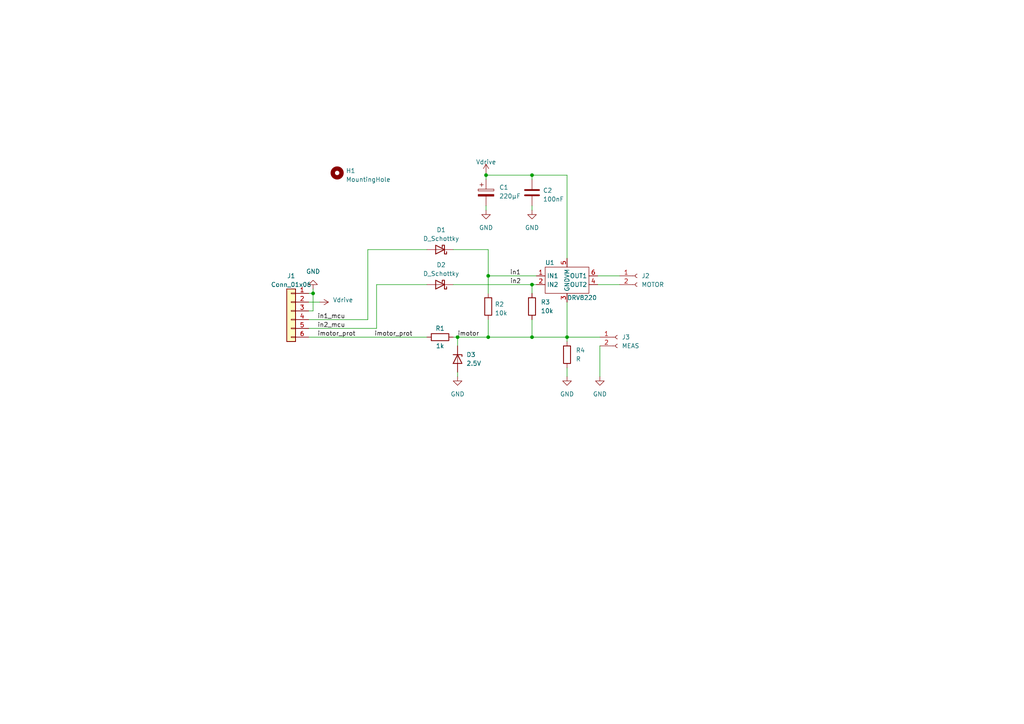
<source format=kicad_sch>
(kicad_sch (version 20230121) (generator eeschema)
  (paper "A4")
  (lib_symbols
    (symbol "Connector:Conn_01x02_Female" (pin_names (offset 1.016) hide)
      (property "Reference" "J" (at 0 2.54 0))
      (property "Value" "Conn_01x02_Female" (at 0 -5.08 0))
      (symbol "Conn_01x02_Female_1_1"
        (arc (start 0 -2.032) (mid -0.5058 -2.54) (end 0 -3.048) (stroke (width 0.1524)))
        (polyline (pts (xy -1.27 -2.54) (xy -0.508 -2.54)) (stroke (width 0.1524)))
        (polyline (pts (xy -1.27 0) (xy -0.508 0)) (stroke (width 0.1524)))
        (arc (start 0 0.508) (mid -0.5058 0) (end 0 -0.508) (stroke (width 0.1524)))
        (pin passive line (at -5.08 0 0) (length 3.81) (name "Pin_1") (number "1"))
        (pin passive line (at -5.08 -2.54 0) (length 3.81) (name "Pin_2") (number "2"))
      )
    )
    (symbol "Connector_Generic:Conn_01x06" (pin_names (offset 1.016) hide)
      (property "Reference" "J" (at 0 7.62 0))
      (property "Value" "Conn_01x06" (at 0 -10.16 0))
      (symbol "Conn_01x06_1_1"
        (rectangle (start -1.27 -7.493) (end 0 -7.747) (stroke (width 0.1524)))
        (rectangle (start -1.27 -4.953) (end 0 -5.207) (stroke (width 0.1524)))
        (rectangle (start -1.27 -2.413) (end 0 -2.667) (stroke (width 0.1524)))
        (rectangle (start -1.27 0.127) (end 0 -0.127) (stroke (width 0.1524)))
        (rectangle (start -1.27 2.667) (end 0 2.413) (stroke (width 0.1524)))
        (rectangle (start -1.27 5.207) (end 0 4.953) (stroke (width 0.1524)))
        (rectangle (start -1.27 6.35) (end 1.27 -8.89) (stroke (width 0.254)) (fill (type background)))
        (pin passive line (at -5.08 5.08 0) (length 3.81) (name "Pin_1") (number "1"))
        (pin passive line (at -5.08 2.54 0) (length 3.81) (name "Pin_2") (number "2"))
        (pin passive line (at -5.08 0 0) (length 3.81) (name "Pin_3") (number "3"))
        (pin passive line (at -5.08 -2.54 0) (length 3.81) (name "Pin_4") (number "4"))
        (pin passive line (at -5.08 -5.08 0) (length 3.81) (name "Pin_5") (number "5"))
        (pin passive line (at -5.08 -7.62 0) (length 3.81) (name "Pin_6") (number "6"))
      )
    )
    (symbol "Device:C" (pin_numbers hide) (pin_names (offset 0.254))
      (property "Reference" "C" (at 0.635 2.54 0))
      (property "Value" "C" (at 0.635 -2.54 0))
      (symbol "C_0_1"
        (polyline (pts (xy -2.032 -0.762) (xy 2.032 -0.762)) (stroke (width 0.508)))
        (polyline (pts (xy -2.032 0.762) (xy 2.032 0.762)) (stroke (width 0.508)))
      )
      (symbol "C_1_1"
        (pin passive line (at 0 3.81 270) (length 2.794) (name "~") (number "1"))
        (pin passive line (at 0 -3.81 90) (length 2.794) (name "~") (number "2"))
      )
    )
    (symbol "Device:C_Polarized" (pin_numbers hide) (pin_names (offset 0.254))
      (property "Reference" "C" (at 0.635 2.54 0))
      (property "Value" "C_Polarized" (at 0.635 -2.54 0))
      (symbol "C_Polarized_0_1"
        (rectangle (start -2.286 0.508) (end 2.286 1.016))
        (polyline (pts (xy -1.778 2.286) (xy -0.762 2.286)))
        (polyline (pts (xy -1.27 2.794) (xy -1.27 1.778)))
        (rectangle (start 2.286 -0.508) (end -2.286 -1.016) (fill (type outline)))
      )
      (symbol "C_Polarized_1_1"
        (pin passive line (at 0 3.81 270) (length 2.794) (name "~") (number "1"))
        (pin passive line (at 0 -3.81 90) (length 2.794) (name "~") (number "2"))
      )
    )
    (symbol "Device:D_Schottky" (pin_numbers hide) (pin_names (offset 1.016) hide)
      (property "Reference" "D" (at 0 2.54 0))
      (property "Value" "D_Schottky" (at 0 -2.54 0))
      (symbol "D_Schottky_0_1"
        (polyline (pts (xy 1.27 0) (xy -1.27 0)))
        (polyline (pts (xy 1.27 1.27) (xy 1.27 -1.27) (xy -1.27 0) (xy 1.27 1.27)) (stroke (width 0.254)))
        (polyline (pts (xy -1.905 0.635) (xy -1.905 1.27) (xy -1.27 1.27) (xy -1.27 -1.27) (xy -0.635 -1.27) (xy -0.635 -0.635)) (stroke (width 0.254)))
      )
      (symbol "D_Schottky_1_1"
        (pin passive line (at -3.81 0 0) (length 2.54) (name "K") (number "1"))
        (pin passive line (at 3.81 0 180) (length 2.54) (name "A") (number "2"))
      )
    )
    (symbol "Device:D_Zener" (pin_numbers hide) (pin_names (offset 1.016) hide)
      (property "Reference" "D" (at 0 2.54 0))
      (property "Value" "D_Zener" (at 0 -2.54 0))
      (symbol "D_Zener_0_1"
        (polyline (pts (xy 1.27 0) (xy -1.27 0)))
        (polyline (pts (xy -1.27 -1.27) (xy -1.27 1.27) (xy -0.762 1.27)) (stroke (width 0.254)))
        (polyline (pts (xy 1.27 -1.27) (xy 1.27 1.27) (xy -1.27 0) (xy 1.27 -1.27)) (stroke (width 0.254)))
      )
      (symbol "D_Zener_1_1"
        (pin passive line (at -3.81 0 0) (length 2.54) (name "K") (number "1"))
        (pin passive line (at 3.81 0 180) (length 2.54) (name "A") (number "2"))
      )
    )
    (symbol "Device:R" (pin_numbers hide) (pin_names (offset 0))
      (property "Reference" "R" (at 2.032 0 90))
      (property "Value" "R" (at 0 0 90))
      (symbol "R_0_1"
        (rectangle (start -1.016 -2.54) (end 1.016 2.54) (stroke (width 0.254)))
      )
      (symbol "R_1_1"
        (pin passive line (at 0 3.81 270) (length 1.27) (name "~") (number "1"))
        (pin passive line (at 0 -3.81 90) (length 1.27) (name "~") (number "2"))
      )
    )
    (symbol "Mechanical:MountingHole" (pin_names (offset 1.016))
      (property "Reference" "H" (at 0 5.08 0))
      (property "Value" "MountingHole" (at 0 3.175 0))
      (symbol "MountingHole_0_1"
        (circle (center 0 0) (radius 1.27) (stroke (width 1.27)))
      )
    )
    (symbol "g7_driver:DRV8220"
      (property "Reference" "U" (at -6.35 5.08 0))
      (property "Value" "DRV8220" (at 5.08 -5.08 0))
      (symbol "DRV8220_0_1"
        (rectangle (start -6.35 3.81) (end 6.35 -3.81))
      )
      (symbol "DRV8220_1_1"
        (pin input line (at -8.89 1.27 0) (length 2.54) (name "IN1") (number "1"))
        (pin input line (at -8.89 -1.27 0) (length 2.54) (name "IN2") (number "2"))
        (pin power_in line (at 0 -6.35 90) (length 2.54) (name "GND") (number "3"))
        (pin power_out line (at 8.89 -1.27 180) (length 2.54) (name "OUT2") (number "4"))
        (pin power_in line (at 0 6.35 270) (length 2.54) (name "VM") (number "5"))
        (pin power_out line (at 8.89 1.27 180) (length 2.54) (name "OUT1") (number "6"))
      )
    )
    (symbol "power:GND" (power) (pin_names (offset 0))
      (property "Value" "GND" (at 0 -3.81 0))
      (symbol "GND_0_1"
        (polyline (pts (xy 0 0) (xy 0 -1.27) (xy 1.27 -1.27) (xy 0 -2.54) (xy -1.27 -1.27) (xy 0 -1.27)))
      )
      (symbol "GND_1_1"
        (pin power_in line (at 0 0 270) (length 0) hide (name "GND") (number "1"))
      )
    )
    (symbol "power:Vdrive" (power) (pin_names (offset 0))
      (property "Value" "Vdrive" (at 0 3.81 0))
      (symbol "Vdrive_0_1"
        (polyline (pts (xy -0.762 1.27) (xy 0 2.54)))
        (polyline (pts (xy 0 0) (xy 0 2.54)))
        (polyline (pts (xy 0 2.54) (xy 0.762 1.27)))
      )
      (symbol "Vdrive_1_1"
        (pin power_in line (at 0 0 90) (length 0) hide (name "Vdrive") (number "1"))
      )
    )
  )
  (junction (at 154.305 82.55))
  (junction (at 140.97 50.8))
  (junction (at 141.605 97.79))
  (junction (at 154.305 97.79))
  (junction (at 164.465 97.79))
  (junction (at 141.605 80.01))
  (junction (at 154.305 50.8))
  (junction (at 132.715 97.79))
  (junction (at 90.805 85.09))
  (wire (pts (xy 106.68 72.39) (xy 106.68 92.71)))
  (wire (pts (xy 141.605 97.79) (xy 154.305 97.79)))
  (wire (pts (xy 106.68 92.71) (xy 89.535 92.71)))
  (wire (pts (xy 164.465 97.79) (xy 173.99 97.79)))
  (wire (pts (xy 89.535 95.25) (xy 109.22 95.25)))
  (wire (pts (xy 164.465 97.79) (xy 164.465 99.06)))
  (wire (pts (xy 154.305 50.8) (xy 154.305 52.07)))
  (wire (pts (xy 90.805 85.09) (xy 90.805 83.82)))
  (wire (pts (xy 164.465 87.63) (xy 164.465 97.79)))
  (wire (pts (xy 155.575 82.55) (xy 154.305 82.55)))
  (wire (pts (xy 164.465 106.68) (xy 164.465 109.22)))
  (wire (pts (xy 89.535 85.09) (xy 90.805 85.09)))
  (wire (pts (xy 140.97 50.8) (xy 154.305 50.8)))
  (wire (pts (xy 154.305 92.71) (xy 154.305 97.79)))
  (wire (pts (xy 164.465 50.8) (xy 164.465 74.93)))
  (wire (pts (xy 109.22 82.55) (xy 109.22 95.25)))
  (wire (pts (xy 154.305 97.79) (xy 164.465 97.79)))
  (wire (pts (xy 154.305 59.69) (xy 154.305 60.96)))
  (wire (pts (xy 141.605 72.39) (xy 141.605 80.01)))
  (wire (pts (xy 131.445 72.39) (xy 141.605 72.39)))
  (wire (pts (xy 106.68 72.39) (xy 123.825 72.39)))
  (wire (pts (xy 89.535 97.79) (xy 123.825 97.79)))
  (wire (pts (xy 109.22 82.55) (xy 123.825 82.55)))
  (wire (pts (xy 154.305 82.55) (xy 131.445 82.55)))
  (wire (pts (xy 132.715 97.79) (xy 141.605 97.79)))
  (wire (pts (xy 179.705 80.01) (xy 173.355 80.01)))
  (wire (pts (xy 132.715 100.33) (xy 132.715 97.79)))
  (wire (pts (xy 173.99 100.33) (xy 173.99 109.22)))
  (wire (pts (xy 131.445 97.79) (xy 132.715 97.79)))
  (wire (pts (xy 164.465 50.8) (xy 154.305 50.8)))
  (wire (pts (xy 154.305 85.09) (xy 154.305 82.55)))
  (wire (pts (xy 141.605 92.71) (xy 141.605 97.79)))
  (wire (pts (xy 89.535 87.63) (xy 92.71 87.63)))
  (wire (pts (xy 140.97 50.165) (xy 140.97 50.8)))
  (wire (pts (xy 140.97 59.69) (xy 140.97 60.96)))
  (wire (pts (xy 141.605 85.09) (xy 141.605 80.01)))
  (wire (pts (xy 89.535 90.17) (xy 90.805 90.17)))
  (wire (pts (xy 132.715 107.95) (xy 132.715 109.22)))
  (wire (pts (xy 141.605 80.01) (xy 155.575 80.01)))
  (wire (pts (xy 140.97 50.8) (xy 140.97 52.07)))
  (wire (pts (xy 173.355 82.55) (xy 179.705 82.55)))
  (wire (pts (xy 90.805 90.17) (xy 90.805 85.09)))
  (label "in1_mcu" (at 92.075 92.71 0))
  (label "in2_mcu" (at 92.075 95.25 0))
  (label "in1" (at 147.8978 80.01 0))
  (label "imotor_prot" (at 108.585 97.79 0))
  (label "in2" (at 147.955 82.55 0))
  (label "imotor" (at 132.715 97.79 0))
  (label "imotor_prot" (at 92.075 97.79 0))
  (symbol (lib_id "power:GND") (at 164.465 109.22 0) (unit 1)
    (property "Reference" "#PWR07" (effects hide))
    (property "Value" "GND" (at 164.465 114.3 0))
  )
  (symbol (lib_id "power:Vdrive") (at 92.71 87.63 270) (mirror x) (unit 1)
    (property "Reference" "#PWR02" (effects hide))
    (property "Value" "Vdrive" (at 96.52 86.995 90) (effects (justify left)))
  )
  (symbol (lib_id "g7_driver:DRV8220") (at 164.465 81.28 0) (unit 1)
    (property "Reference" "U1" (at 158.115 76.2 0) (effects (justify left)))
    (property "Value" "DRV8220" (at 164.465 86.36 0) (effects (justify left)))
    (property "Footprint" "Package_TO_SOT_SMD:SOT-563" (effects hide))
  )
  (symbol (lib_id "Device:D_Schottky") (at 127.635 72.39 180) (unit 1)
    (property "Reference" "D1" (at 127.9525 66.675 0))
    (property "Value" "D_Schottky" (at 127.9525 69.215 0))
    (property "Footprint" "Diode_SMD:D_SOD-123" (effects hide))
    (property "Datasheet" "https://www.vishay.com/docs/85681/sd103aw.pdf" (effects hide))
    (property "MPN" "SD103CW-E3-08" (effects hide))
  )
  (symbol (lib_id "Device:R") (at 127.635 97.79 90) (unit 1)
    (property "Reference" "R1" (at 127.635 95.25 90))
    (property "Value" "1k" (at 127.635 100.33 90))
    (property "Footprint" "Resistor_SMD:R_0603_1608Metric_Pad0.98x0.95mm_HandSolder" (effects hide))
  )
  (symbol (lib_id "Connector:Conn_01x02_Female") (at 179.07 97.79 0) (unit 1)
    (property "Reference" "J3" (at 180.34 97.7899 0) (effects (justify left)))
    (property "Value" "MEAS" (at 180.34 100.3299 0) (effects (justify left)))
    (property "Footprint" "Connector_PinHeader_2.54mm:PinHeader_1x02_P2.54mm_Vertical" (effects hide))
  )
  (symbol (lib_id "power:GND") (at 154.305 60.96 0) (unit 1)
    (property "Reference" "#PWR06" (effects hide))
    (property "Value" "GND" (at 154.305 66.04 0))
  )
  (symbol (lib_id "Device:R") (at 164.465 102.87 0) (unit 1)
    (property "Reference" "R4" (at 167.005 101.5999 0) (effects (justify left)))
    (property "Value" "R" (at 167.005 104.1399 0) (effects (justify left)))
    (property "Footprint" "Resistor_SMD:R_1210_3225Metric_Pad1.30x2.65mm_HandSolder" (effects hide))
  )
  (symbol (lib_id "Device:R") (at 141.605 88.9 0) (unit 1)
    (property "Reference" "R2" (at 143.51 88.265 0) (effects (justify left)))
    (property "Value" "10k" (at 143.51 90.805 0) (effects (justify left)))
    (property "Footprint" "Resistor_SMD:R_0603_1608Metric_Pad0.98x0.95mm_HandSolder" (effects hide))
  )
  (symbol (lib_id "Connector:Conn_01x02_Female") (at 184.785 80.01 0) (unit 1)
    (property "Reference" "J2" (at 186.055 80.0099 0) (effects (justify left)))
    (property "Value" "MOTOR" (at 186.055 82.5499 0) (effects (justify left)))
    (property "Footprint" "Connector_PinHeader_2.54mm:PinHeader_1x02_P2.54mm_Vertical" (effects hide))
  )
  (symbol (lib_id "Device:D_Schottky") (at 127.635 82.55 180) (unit 1)
    (property "Reference" "D2" (at 127.9525 76.835 0))
    (property "Value" "D_Schottky" (at 127.9525 79.375 0))
    (property "Footprint" "Diode_SMD:D_SOD-123" (effects hide))
    (property "Datasheet" "https://www.vishay.com/docs/85681/sd103aw.pdf" (effects hide))
    (property "MPN" "SD103CW-E3-08" (effects hide))
  )
  (symbol (lib_id "Device:R") (at 154.305 88.9 0) (unit 1)
    (property "Reference" "R3" (at 156.845 87.6299 0) (effects (justify left)))
    (property "Value" "10k" (at 156.845 90.1699 0) (effects (justify left)))
    (property "Footprint" "Resistor_SMD:R_0603_1608Metric_Pad0.98x0.95mm_HandSolder" (effects hide))
  )
  (symbol (lib_id "power:GND") (at 173.99 109.22 0) (unit 1)
    (property "Reference" "#PWR08" (effects hide))
    (property "Value" "GND" (at 173.99 114.3 0))
  )
  (symbol (lib_id "Mechanical:MountingHole") (at 97.79 50.165 0) (unit 1)
    (property "Reference" "H1" (at 100.33 49.53 0) (effects (justify left)))
    (property "Value" "MountingHole" (at 100.33 52.07 0) (effects (justify left)))
    (property "Footprint" "MountingHole:MountingHole_3.2mm_M3" (effects hide))
  )
  (symbol (lib_id "Device:C_Polarized") (at 140.97 55.88 0) (unit 1)
    (property "Reference" "C1" (at 144.78 54.356 0) (effects (justify left)))
    (property "Value" "220µF" (at 144.78 56.896 0) (effects (justify left)))
    (property "Footprint" "Capacitor_SMD:C_Elec_6.3x7.7" (effects hide))
  )
  (symbol (lib_id "Connector_Generic:Conn_01x06") (at 84.455 90.17 0) (mirror y) (unit 1)
    (property "Reference" "J1" (at 84.455 80.01 0))
    (property "Value" "Conn_01x06" (at 84.455 82.55 0))
    (property "Footprint" "Connector_PinHeader_2.54mm:PinHeader_1x06_P2.54mm_Vertical" (effects hide))
  )
  (symbol (lib_id "power:GND") (at 90.805 83.82 0) (mirror x) (unit 1)
    (property "Reference" "#PWR01" (effects hide))
    (property "Value" "GND" (at 90.805 78.74 0))
  )
  (symbol (lib_id "Device:D_Zener") (at 132.715 104.14 270) (unit 1)
    (property "Reference" "D3" (at 135.255 102.8699 90) (effects (justify left)))
    (property "Value" "2.5V" (at 135.255 105.4099 90) (effects (justify left)))
    (property "Footprint" "Diode_SMD:D_SOD-123" (effects hide))
    (property "Datasheet" "https://www.panjit.com.tw/upload/datasheet/MMSZ5221BS_SERIES.pdf" (effects hide))
  )
  (symbol (lib_id "power:GND") (at 132.715 109.22 0) (unit 1)
    (property "Reference" "#PWR03" (effects hide))
    (property "Value" "GND" (at 132.715 114.3 0))
  )
  (symbol (lib_id "power:GND") (at 140.97 60.96 0) (unit 1)
    (property "Reference" "#PWR05" (effects hide))
    (property "Value" "GND" (at 140.97 66.04 0))
  )
  (symbol (lib_id "Device:C") (at 154.305 55.88 0) (unit 1)
    (property "Reference" "C2" (at 157.48 55.245 0) (effects (justify left)))
    (property "Value" "100nF" (at 157.48 57.785 0) (effects (justify left)))
    (property "Footprint" "Capacitor_SMD:C_0603_1608Metric_Pad1.08x0.95mm_HandSolder" (effects hide))
  )
  (symbol (lib_id "power:Vdrive") (at 140.97 50.165 0) (unit 1)
    (property "Reference" "#PWR04" (effects hide))
    (property "Value" "Vdrive" (at 140.97 46.99 0))
  )
)
</source>
